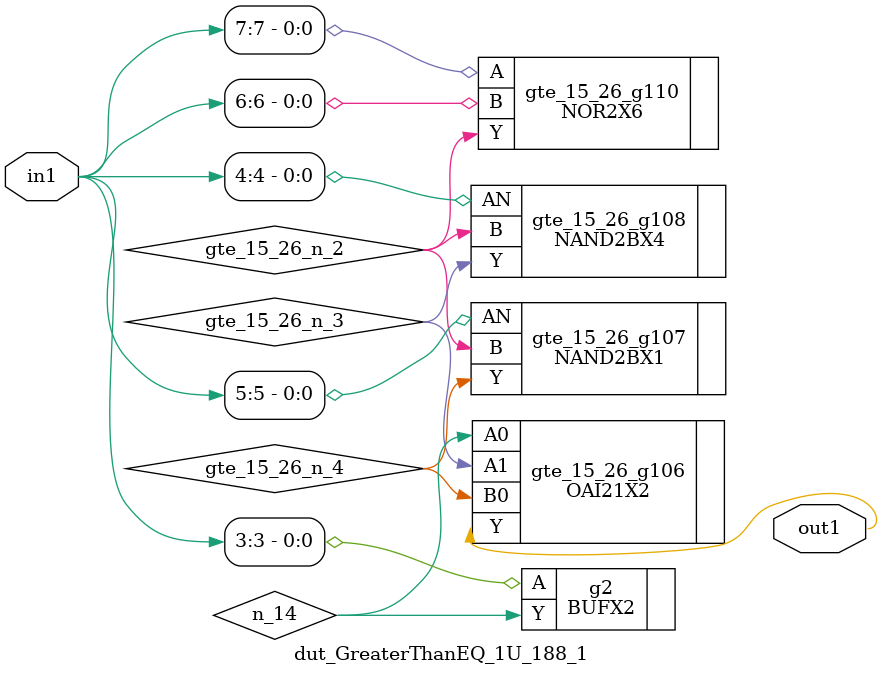
<source format=v>
`timescale 1ps / 1ps


module dut_GreaterThanEQ_1U_188_1(in1, out1);
  input [7:0] in1;
  output out1;
  wire [7:0] in1;
  wire out1;
  wire gte_15_26_n_2, gte_15_26_n_3, gte_15_26_n_4, n_14;
  OAI21X2 gte_15_26_g106(.A0 (n_14), .A1 (gte_15_26_n_3), .B0
       (gte_15_26_n_4), .Y (out1));
  NAND2BX1 gte_15_26_g107(.AN (in1[5]), .B (gte_15_26_n_2), .Y
       (gte_15_26_n_4));
  NAND2BX4 gte_15_26_g108(.AN (in1[4]), .B (gte_15_26_n_2), .Y
       (gte_15_26_n_3));
  NOR2X6 gte_15_26_g110(.A (in1[7]), .B (in1[6]), .Y (gte_15_26_n_2));
  BUFX2 g2(.A (in1[3]), .Y (n_14));
endmodule



</source>
